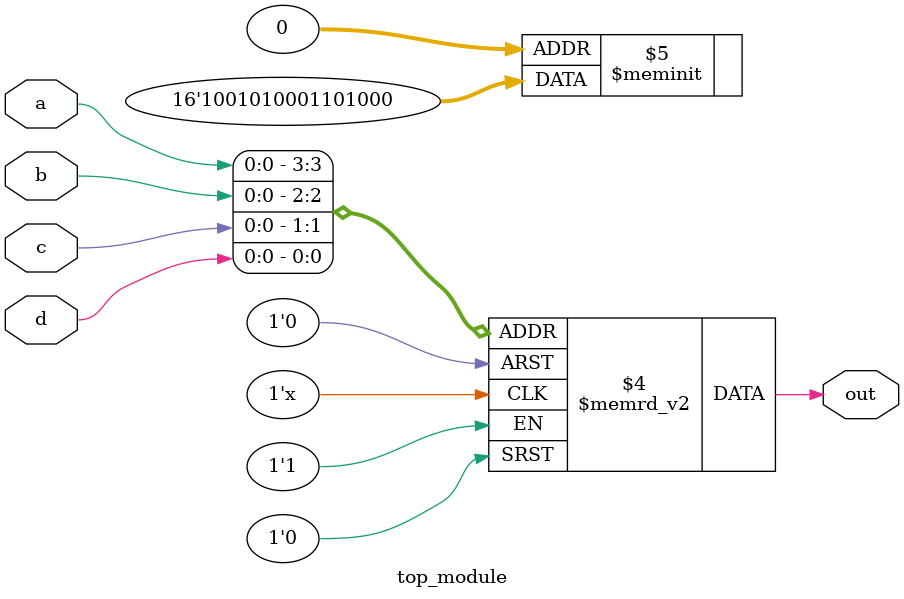
<source format=sv>
module top_module (
	input a, 
	input b,
	input c,
	input d,
	output reg out
);

	always @(*) begin
		case ({a, b, c, d})
			4'b0000: out = 0;
			4'b0001: out = 0;
			4'b0010: out = 0;
			4'b0011: out = 1;
			4'b0100: out = 0;
			4'b0101: out = 1;
			4'b0110: out = 1;
			4'b0111: out = 0;
			4'b1000: out = 0;
			4'b1001: out = 0;
			4'b1010: out = 1;
			4'b1011: out = 0;
			4'b1100: out = 1;
			4'b1101: out = 0;
			4'b1110: out = 0;
			4'b1111: out = 1;
			default: out = 0;
		endcase
	end
endmodule

</source>
